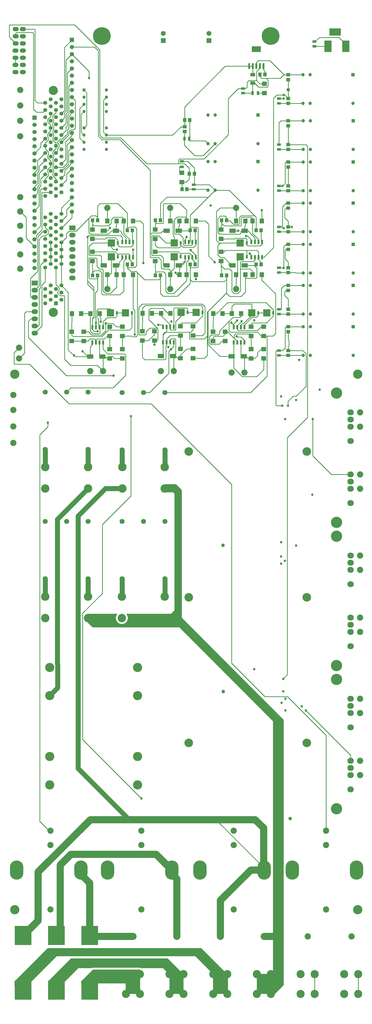
<source format=gtl>
G04*
G04 #@! TF.GenerationSoftware,Altium Limited,Altium Designer,24.4.1 (13)*
G04*
G04 Layer_Physical_Order=1*
G04 Layer_Color=255*
%FSLAX25Y25*%
%MOIN*%
G70*
G04*
G04 #@! TF.SameCoordinates,4EE5E999-D737-4110-A4F5-E65D847AD794*
G04*
G04*
G04 #@! TF.FilePolarity,Positive*
G04*
G01*
G75*
%ADD10C,0.01000*%
%ADD16R,0.10433X0.10000*%
%ADD17R,0.03000X0.05000*%
%ADD18R,0.04528X0.05709*%
%ADD19R,0.06500X0.06000*%
%ADD20R,0.06000X0.06500*%
%ADD21R,0.05709X0.04724*%
%ADD22R,0.08858X0.06496*%
%ADD23R,0.23819X0.26772*%
%ADD24R,0.05787X0.03819*%
%ADD25R,0.05709X0.04528*%
%ADD26R,0.05512X0.03543*%
%ADD27R,0.02559X0.06004*%
%ADD28R,0.04724X0.05709*%
%ADD29R,0.03819X0.05787*%
%ADD30R,0.02559X0.07874*%
%ADD31R,0.12598X0.07874*%
%ADD32R,0.07087X0.04528*%
%ADD33R,0.03543X0.05512*%
%ADD79C,0.07000*%
%ADD80C,0.10000*%
%ADD81C,0.08700*%
%ADD82C,0.12992*%
%ADD83O,0.08600X0.06000*%
%ADD84C,0.07087*%
%ADD85C,0.05906*%
%ADD86R,0.05906X0.05906*%
%ADD87C,0.12800*%
%ADD88R,0.06791X0.06791*%
%ADD89C,0.06791*%
%ADD90R,0.10000X0.16000*%
%ADD91R,0.16000X0.10000*%
%ADD92C,0.11811*%
%ADD93R,0.04724X0.04724*%
%ADD94C,0.04724*%
%ADD95C,0.11300*%
%ADD96O,0.09000X0.06500*%
%ADD97R,0.09000X0.06500*%
%ADD98O,0.18898X0.26772*%
%ADD99C,0.08661*%
%ADD100C,0.12700*%
%ADD101C,0.05500*%
%ADD102R,0.05500X0.05500*%
%ADD103C,0.12000*%
%ADD104O,0.09000X0.08300*%
%ADD105C,0.15748*%
%ADD106C,0.24803*%
%ADD107R,0.04461X0.04461*%
%ADD108C,0.04461*%
%ADD109C,0.03400*%
%ADD110C,0.05000*%
G36*
X643500Y1114000D02*
Y935500D01*
X786000Y793000D01*
Y422000D01*
X773941Y409941D01*
X748489D01*
Y438000D01*
X771000D01*
Y791000D01*
X640000Y922000D01*
X518500D01*
X511500Y929000D01*
Y941000D01*
X552829D01*
X553058Y940446D01*
X552971Y940358D01*
X552051Y938982D01*
X551417Y937452D01*
X551094Y935828D01*
Y934172D01*
X551417Y932548D01*
X552051Y931019D01*
X552971Y929642D01*
X554142Y928471D01*
X555518Y927551D01*
X557048Y926917D01*
X558672Y926595D01*
X560328D01*
X561952Y926917D01*
X563482Y927551D01*
X564858Y928471D01*
X566029Y929642D01*
X566949Y931019D01*
X567583Y932548D01*
X567906Y934172D01*
Y935828D01*
X567583Y937452D01*
X566949Y938982D01*
X566029Y940358D01*
X565941Y940446D01*
X566171Y941000D01*
X628000D01*
X633000Y946000D01*
Y1108500D01*
X631000Y1110500D01*
X619000Y1110500D01*
Y1122000D01*
X635500D01*
X643500Y1114000D01*
D02*
G37*
G36*
X708000Y436511D02*
Y410000D01*
X687385D01*
X687326Y410024D01*
Y437500D01*
X662326Y462500D01*
X468000D01*
X426000Y420500D01*
X409000D01*
Y427500D01*
X455500Y474000D01*
X670511D01*
X708000Y436511D01*
D02*
G37*
G36*
X645848Y437500D02*
Y409941D01*
X626000D01*
Y437000D01*
X617000Y446000D01*
X586507D01*
X585976Y446355D01*
X585000Y446549D01*
X519000D01*
D01*
X519000D01*
X518806Y446510D01*
X518024Y446355D01*
X517750Y446172D01*
X517493Y446000D01*
X498500D01*
X474000Y421500D01*
X456000D01*
Y427500D01*
X488000Y459500D01*
X623848D01*
X645848Y437500D01*
D02*
G37*
G36*
X585000Y410256D02*
X584685Y409941D01*
X565000D01*
Y424500D01*
X502500D01*
X502500Y427500D01*
X519000Y444000D01*
X585000D01*
Y410256D01*
D02*
G37*
D10*
X790146Y1662555D02*
Y1663047D01*
X788152Y1665041D02*
X790146Y1663047D01*
X786459Y1665041D02*
X788152D01*
X790146Y1662555D02*
X792008Y1660693D01*
X792500D01*
X786000Y1665500D02*
X786459Y1665041D01*
X771900Y1661000D02*
X776400Y1665500D01*
X786000D01*
X779500Y1660535D02*
X779535Y1660500D01*
X786000D01*
Y1424000D02*
Y1453400D01*
X779500Y1424035D02*
X785965D01*
X788000Y1448554D02*
X789359Y1449913D01*
X786000Y1453400D02*
X789600Y1457000D01*
X788000Y1436546D02*
X792500Y1432046D01*
X788000Y1436546D02*
Y1448554D01*
X785965Y1424035D02*
X786000Y1424000D01*
X681000Y1440500D02*
X689500Y1432000D01*
X681000Y1440500D02*
Y1484800D01*
X785429Y1479500D02*
X786000D01*
X783894Y1481035D02*
X785429Y1479500D01*
X782435Y1481035D02*
X783894D01*
X792000Y1237500D02*
X799251Y1244751D01*
X792000Y1231500D02*
Y1237500D01*
X775686Y1231500D02*
X784000D01*
X775100Y1232086D02*
X775686Y1231500D01*
X775100Y1232086D02*
Y1307635D01*
X799251Y1244751D02*
X803608D01*
X817400Y1258543D01*
X415500Y1297239D02*
X423000Y1304739D01*
Y1360400D01*
X425600Y1363000D01*
X425500Y1465500D02*
X437000Y1454000D01*
X417000Y1503000D02*
X425500Y1494500D01*
Y1465500D02*
Y1494500D01*
X408500Y1290086D02*
X409086Y1289500D01*
X408500Y1305500D02*
X415500Y1312500D01*
X409086Y1289500D02*
X430100D01*
X408500Y1290086D02*
Y1305500D01*
X782700Y1366035D02*
Y1395200D01*
X617400Y1513400D02*
X617900Y1513900D01*
X641000D01*
X617400Y1486100D02*
Y1513400D01*
X607600Y1486100D02*
X617400D01*
X513400Y1689300D02*
Y1698600D01*
X401701Y1746599D02*
X410700Y1737600D01*
X594300Y1569400D02*
X639600D01*
X493346Y1763654D02*
X528485Y1728515D01*
X639600Y1569400D02*
X647557D01*
X402286Y1763654D02*
X493346D01*
X401701Y1763068D02*
X402286Y1763654D01*
X401701Y1746599D02*
Y1763068D01*
X420650Y1757450D02*
X436900D01*
X437951Y1756399D01*
X408051Y1747500D02*
X410700D01*
X407093Y1748459D02*
X408051Y1747500D01*
X410751Y1752300D02*
X411401Y1752950D01*
X407093Y1748459D02*
X410110D01*
X437951Y1657549D02*
X441000Y1654500D01*
X439951Y1641600D02*
X449300D01*
X410751Y1749100D02*
Y1752300D01*
X437951Y1657549D02*
Y1756399D01*
X434601Y1752950D02*
X435951Y1751600D01*
X410110Y1748459D02*
X410751Y1749100D01*
X449300Y1641600D02*
X452200Y1644500D01*
X411401Y1752950D02*
X434601D01*
X435951Y1645600D02*
Y1751600D01*
Y1645600D02*
X439951Y1641600D01*
X558100Y1605600D02*
X594300Y1569400D01*
X532485Y1605600D02*
X558100D01*
X640000Y1576100D02*
X674600D01*
X647557Y1569400D02*
X647957Y1569000D01*
X647457Y1630500D02*
Y1648957D01*
X737760Y1705700D02*
Y1705784D01*
X630500Y1609500D02*
X642346Y1621346D01*
X737760Y1705700D02*
X742760D01*
X647457Y1625943D02*
Y1630500D01*
X704284Y1705784D02*
X737760D01*
X742760Y1694000D02*
Y1705700D01*
X647457Y1648957D02*
X704284Y1705784D01*
X533800Y1613326D02*
Y1658674D01*
X537626Y1609500D02*
X630500D01*
X533800Y1613326D02*
X537626Y1609500D01*
X533800Y1658674D02*
X537626Y1662500D01*
X647457Y1625943D02*
X647500Y1621346D01*
X742760Y1705700D02*
Y1705784D01*
X642346Y1621346D02*
X647500D01*
X489500Y1722500D02*
X513400Y1698600D01*
X489500Y1732500D02*
X521000D01*
X526400Y1608100D02*
Y1727100D01*
Y1608100D02*
X531200Y1603300D01*
X521000Y1732500D02*
X526400Y1727100D01*
X441000Y1654500D02*
X452200D01*
X532100Y969306D02*
Y1065600D01*
X504594Y765206D02*
X586800Y683000D01*
X504594Y765206D02*
Y941800D01*
X532100Y969306D01*
X472611Y428111D02*
X496500Y452000D01*
X467750Y413811D02*
X472611Y418672D01*
X496500Y452000D02*
X611663D01*
X472611Y418672D02*
Y428111D01*
X611663Y452000D02*
X626163Y437500D01*
X563723Y434277D02*
X565000Y433000D01*
X561494Y434277D02*
X563723D01*
X560217Y433000D02*
X561494Y434277D01*
X533689Y433000D02*
X560217D01*
X565000Y409941D02*
Y433000D01*
X514500Y413811D02*
X533689Y433000D01*
X461000Y469000D02*
X664500D01*
X421000Y413811D02*
Y429000D01*
X461000Y469000D01*
X664500D02*
X687326Y446174D01*
Y437500D02*
Y446174D01*
Y409941D02*
Y437500D01*
X748200Y1685700D02*
X752805Y1681095D01*
X747900Y1686000D02*
X748200Y1685700D01*
X647957Y1569000D02*
X648000D01*
X639200Y1569800D02*
X639600Y1569400D01*
X755756Y1438900D02*
X758400D01*
X628100Y1310200D02*
X632000Y1314100D01*
X625000Y1307100D02*
X628100Y1310200D01*
X716000Y1344200D02*
Y1345800D01*
Y1341177D02*
Y1344200D01*
X610400Y1344600D02*
X617000D01*
X511353Y1405647D02*
Y1467405D01*
X520000Y1354400D02*
Y1355400D01*
Y1392600D02*
Y1397000D01*
Y1355400D02*
Y1392600D01*
X518000Y1352400D02*
Y1353400D01*
Y1341354D02*
Y1352400D01*
X533000Y1300263D02*
X535800D01*
X531965D02*
X533000D01*
X528000D02*
Y1320000D01*
X545850Y1300950D02*
X549300Y1297500D01*
X533000Y1280000D02*
Y1300263D01*
X630965Y1303700D02*
X634800D01*
X632000Y1280000D02*
Y1300763D01*
X634800D01*
X730965Y1300500D02*
X733600D01*
X729965D02*
X730965D01*
X726000D02*
Y1319823D01*
X730965Y1278000D02*
Y1300500D01*
X761600Y1688900D02*
X781400D01*
X754973D02*
X761600D01*
X742520Y1668095D02*
Y1682189D01*
X744800Y1427500D02*
X748300Y1424000D01*
X744800Y1427500D02*
X747516D01*
X732476Y1390276D02*
Y1410824D01*
X706087Y1489900D02*
X710676D01*
X661043Y1540268D02*
X682232D01*
X661043D02*
Y1555500D01*
X655016Y1497516D02*
X680500Y1523000D01*
X655016Y1480000D02*
Y1497516D01*
X706087Y1389087D02*
Y1408000D01*
Y1413421D01*
Y1388513D02*
Y1389087D01*
X655016Y1460100D02*
Y1476000D01*
X680200Y1363200D02*
X706087Y1389087D01*
X679100Y1362100D02*
X680200Y1363200D01*
X655016Y1402266D02*
Y1408000D01*
Y1425584D01*
X679100Y1301900D02*
Y1328900D01*
X716000Y1300500D02*
Y1319823D01*
Y1284100D02*
Y1300500D01*
X653768Y1601400D02*
X676100D01*
X567016Y1480516D02*
Y1500684D01*
X525587Y1494413D02*
Y1510400D01*
Y1490499D02*
Y1494413D01*
X639000Y1476000D02*
X655016D01*
X653256Y1460100D02*
X655016D01*
X648256Y1434300D02*
Y1438823D01*
Y1432200D02*
Y1434300D01*
X495200Y1475200D02*
X513200Y1493200D01*
X639976Y1423920D02*
X648256Y1432200D01*
X654200Y1334300D02*
X655700D01*
X621200D02*
X654200D01*
X619800D02*
X621200D01*
X617000Y1330100D02*
Y1331500D01*
Y1320323D02*
Y1330100D01*
X581250Y1417550D02*
X591213Y1407587D01*
X613587Y1388189D02*
Y1409600D01*
X621200Y1334300D02*
X622000Y1335100D01*
X617000Y1330100D02*
X621200Y1334300D01*
X617000Y1300763D02*
Y1320323D01*
X551000Y1414500D02*
Y1427500D01*
X523000Y1347300D02*
Y1353443D01*
X515000Y1300263D02*
Y1313800D01*
X511600Y1300263D02*
X515000D01*
X494037D02*
X511600D01*
X492259Y1301953D02*
X493023Y1301277D01*
X484200Y1309086D02*
X492259Y1301953D01*
X492300Y1302000D02*
X493023Y1301277D01*
X515000Y1300263D02*
X515035D01*
X530900Y1427500D02*
Y1440000D01*
X617600Y1427500D02*
Y1438100D01*
X626976Y1418003D02*
Y1420800D01*
X599200Y1470600D02*
Y1560500D01*
X721500Y1414500D02*
Y1439500D01*
X574103Y1461900D02*
X575256D01*
X662103D02*
X663256D01*
X641929Y1454229D02*
Y1456000D01*
X754603Y1461900D02*
X755756D01*
X733100Y1448600D02*
X748800D01*
X704600D02*
X733100D01*
X660068Y1533800D02*
X680000D01*
X659000Y1533732D02*
Y1534000D01*
X515200Y1357200D02*
X515500D01*
X552618Y1361200D02*
X555460D01*
X552618Y1356800D02*
Y1361200D01*
X540700Y1337400D02*
Y1342000D01*
X651618Y1361700D02*
X654460D01*
X750618Y1361200D02*
X753460D01*
X750618Y1358000D02*
Y1361200D01*
X518500Y1417600D02*
Y1423597D01*
Y1413421D02*
Y1417600D01*
X650000Y1493200D02*
Y1504900D01*
X606500Y1487200D02*
Y1490499D01*
Y1484197D02*
Y1487200D01*
X542500Y1310500D02*
Y1329000D01*
X626700Y1329500D02*
X641400D01*
X718400Y1331900D02*
X740400D01*
X716900Y1325500D02*
X721000Y1321400D01*
X707400Y1335000D02*
X716900Y1325500D01*
X487700Y1568600D02*
Y1572500D01*
X640000Y1557000D02*
Y1565260D01*
X755500Y1489500D02*
Y1504600D01*
X597000Y1352000D02*
X609000Y1340000D01*
X761800Y1329000D02*
X771200D01*
X758000D02*
X761800D01*
X696400Y1336200D02*
X709600Y1349400D01*
X518500Y1484197D02*
Y1484800D01*
X606500Y1417600D02*
Y1423597D01*
X699000Y1484197D02*
Y1486300D01*
X725500Y1422700D02*
Y1432100D01*
Y1392000D02*
Y1422700D01*
X698603Y1427200D02*
Y1433500D01*
Y1423994D02*
Y1427200D01*
X653957Y1548357D02*
Y1555500D01*
X649600Y1544000D02*
X653957Y1548357D01*
X643500Y1544000D02*
X649600D01*
X459700Y1615511D02*
Y1619500D01*
X455450Y1611261D02*
X459700Y1615511D01*
X455450Y1607261D02*
Y1611261D01*
Y1607261D02*
X456450Y1606261D01*
Y1602739D02*
Y1606261D01*
X452200Y1598489D02*
X456450Y1602739D01*
X452200Y1594500D02*
Y1598489D01*
X792500Y1481193D02*
X797600D01*
X785300Y849900D02*
X791200Y855800D01*
Y1186900D01*
X819600Y1215300D01*
Y1593800D01*
X817207Y1596193D02*
X819600Y1593800D01*
X792500Y1596193D02*
X817207D01*
X755756Y1438823D02*
Y1438900D01*
X758400D02*
X771900Y1452400D01*
Y1661000D01*
X575100Y1449600D02*
X575256Y1449444D01*
Y1438823D02*
Y1449444D01*
X720100Y1328700D02*
X721200Y1327600D01*
X726400D01*
X731000Y1319823D02*
Y1323000D01*
X655956Y1449000D02*
X663256Y1441700D01*
Y1438823D02*
Y1441700D01*
X625000Y1276800D02*
Y1307100D01*
X598200Y1250000D02*
X625000Y1276800D01*
X589669Y1250000D02*
X598200D01*
X716000Y1345800D02*
X720800Y1350600D01*
X733600Y1468700D02*
X735300D01*
X740756Y1463244D01*
Y1460177D02*
Y1463244D01*
X518000Y1352400D02*
X520000Y1354400D01*
X511300Y1401300D02*
X520000Y1392600D01*
X511300Y1401300D02*
Y1467300D01*
X650000Y1466344D02*
Y1467300D01*
X648256Y1464600D02*
X650000Y1466344D01*
X648256Y1460177D02*
Y1464600D01*
X518000Y1337800D02*
Y1341354D01*
Y1337800D02*
X520300Y1335500D01*
X525500D01*
X789600Y1457000D02*
X792500D01*
X789500Y1514500D02*
X792500D01*
X784600Y1509600D02*
X789500Y1514500D01*
X784600Y1483200D02*
Y1509600D01*
X782435Y1481035D02*
X784600Y1483200D01*
X779500Y1481035D02*
X782435D01*
X452200Y1405000D02*
Y1424500D01*
X447500Y1400300D02*
X452200Y1405000D01*
X447500Y1343000D02*
Y1400300D01*
X437500Y1333000D02*
X447500Y1343000D01*
X425600Y1363000D02*
X437500D01*
X754200Y1310500D02*
X758000D01*
X749300Y1305600D02*
X754200Y1310500D01*
X749300Y1301200D02*
Y1305600D01*
X745600Y1297500D02*
X749300Y1301200D01*
X740400Y1297500D02*
X745600D01*
X747516Y1476500D02*
Y1494984D01*
X745600Y1496900D02*
X747516Y1494984D01*
X709700Y1532500D02*
X745600Y1496900D01*
X690000Y1532500D02*
X709700D01*
X634800Y1416400D02*
Y1417100D01*
Y1416400D02*
X636700Y1414500D01*
X639976D01*
X738300Y1444300D02*
X740756Y1441844D01*
Y1438823D02*
Y1441844D01*
X655016Y1476500D02*
Y1480000D01*
X655916Y1480900D01*
X665200D01*
X666100Y1480000D01*
Y1424800D02*
Y1480000D01*
X665900Y1424600D02*
X666100Y1424800D01*
X656000Y1424600D02*
X665900D01*
X655016Y1425584D02*
X656000Y1424600D01*
X655016Y1425584D02*
Y1429000D01*
X567016Y1476500D02*
Y1480516D01*
X577600Y1481500D01*
X580100Y1479000D01*
Y1427100D02*
Y1479000D01*
X577400Y1424400D02*
X580100Y1427100D01*
X568000Y1424400D02*
X577400D01*
X567016Y1429000D02*
X568000Y1424400D01*
X493023Y1301277D02*
X494037Y1300263D01*
X484200Y1309086D02*
Y1390000D01*
X474700Y1399500D02*
X484200Y1390000D01*
X525587Y1392687D02*
Y1410400D01*
X522000Y1389100D02*
X525587Y1392687D01*
X522000Y1354443D02*
Y1389100D01*
Y1354443D02*
X523000Y1353443D01*
X551976Y1397200D02*
Y1414500D01*
X543426Y1388650D02*
X551976Y1397200D01*
X536450Y1388650D02*
X543426D01*
X533126Y1391974D02*
X536450Y1388650D01*
X533126Y1391974D02*
Y1420874D01*
X531300Y1422700D02*
X533126Y1420874D01*
X528000Y1422700D02*
X531300D01*
X524400Y1426300D02*
X528000Y1422700D01*
X524400Y1426300D02*
Y1436800D01*
X523200Y1438000D02*
X524400Y1436800D01*
X513353Y1438000D02*
X523200D01*
X513353Y1410347D02*
Y1438000D01*
Y1410347D02*
X514700Y1409000D01*
X524187D01*
X525587Y1410400D01*
Y1413421D01*
Y1510400D02*
X529087Y1513900D01*
X553800D01*
X567016Y1500684D01*
X680200Y1317000D02*
Y1363200D01*
Y1317000D02*
X696700Y1300500D01*
X713035D01*
X659000Y1298000D02*
X675200D01*
X679100Y1301900D01*
X659000Y1337600D02*
Y1342500D01*
X654200Y1325000D02*
Y1334300D01*
Y1325000D02*
X675200D01*
X679100Y1328900D01*
Y1362100D01*
X474700Y1599500D02*
X485000Y1609800D01*
Y1614400D01*
X487600Y1617000D01*
X491800D01*
X494000Y1619200D01*
Y1658000D01*
X489500Y1662500D02*
X494000Y1658000D01*
X506374Y1672500D02*
X510200Y1668674D01*
Y1623326D02*
Y1668674D01*
X506374Y1619500D02*
X510200Y1623326D01*
X625076Y1422700D02*
X626976Y1420800D01*
X616000Y1422700D02*
X625076D01*
X614400Y1424300D02*
Y1435100D01*
X600000Y1438600D02*
X610900D01*
X599200Y1439400D02*
X600000Y1438600D01*
X556400Y1603300D02*
X599200Y1560500D01*
X531200Y1603300D02*
X556400D01*
X695100Y1459000D02*
X697600D01*
X691700Y1462400D02*
X695100Y1459000D01*
X691700Y1462400D02*
Y1502700D01*
X697000Y1508000D01*
X719476D01*
X697600Y1459000D02*
X725173D01*
X693800Y1455200D02*
X697600Y1459000D01*
X693800Y1442300D02*
Y1455200D01*
Y1442300D02*
X697600Y1438500D01*
X702700D01*
X709600Y1431600D01*
Y1427500D02*
Y1431600D01*
Y1427500D02*
X714571D01*
Y1476000D02*
X722500D01*
X532100Y1065600D02*
X572000Y1105500D01*
Y1216800D01*
X550629Y1446500D02*
X553929Y1442400D01*
X518103Y1446500D02*
X550629D01*
X641929Y1443200D02*
X643200Y1444600D01*
X654156D01*
X658256Y1440500D01*
Y1438823D02*
Y1440500D01*
X734429Y1456000D02*
Y1459000D01*
Y1456000D02*
X735549Y1454880D01*
X753600D01*
X755756Y1457036D01*
Y1460177D01*
X750756Y1438823D02*
Y1446644D01*
X748800Y1448600D02*
X750756Y1446644D01*
X702500Y1446500D02*
X704600Y1448600D01*
X698603Y1446500D02*
X702500D01*
X627000Y1341677D02*
Y1344800D01*
X614500Y1357300D02*
X627000Y1344800D01*
X614500Y1357300D02*
Y1360693D01*
X658256Y1456800D02*
Y1460177D01*
X657056Y1455600D02*
X658256Y1456800D01*
X646200Y1455600D02*
X657056D01*
X645000Y1456800D02*
X646200Y1455600D01*
X645000Y1456800D02*
Y1466252D01*
X640000Y1471252D02*
X645000Y1466252D01*
X633071Y1471252D02*
X640000D01*
X633071D02*
Y1491471D01*
X636800Y1495200D01*
X648000D01*
X650000Y1493200D01*
Y1489500D02*
Y1493200D01*
X606500Y1487200D02*
X607600Y1486100D01*
X641000Y1513900D02*
X650000Y1504900D01*
X622000Y1316600D02*
Y1320323D01*
X621200Y1315800D02*
X622000Y1316600D01*
X621200Y1297600D02*
Y1315800D01*
X619600Y1296000D02*
X621200Y1297600D01*
X591200Y1296000D02*
X619600D01*
X588000Y1299200D02*
X591200Y1296000D01*
X588000Y1299200D02*
Y1322500D01*
X467200Y1564500D02*
X477200D01*
X482900Y1570200D01*
Y1595900D01*
X489500Y1602500D01*
X445800Y1548100D02*
X452200Y1554500D01*
X445800Y1538647D02*
Y1548100D01*
X443453Y1536300D02*
X445800Y1538647D01*
X443453Y1510453D02*
Y1536300D01*
X437000Y1504000D02*
X443453Y1510453D01*
Y1555753D02*
X452200Y1564500D01*
X443453Y1539547D02*
Y1555753D01*
X441453Y1537547D02*
X443453Y1539547D01*
X441453Y1528453D02*
Y1537547D01*
X437000Y1524000D02*
X441453Y1528453D01*
X551300Y1342000D02*
X560000D01*
X512700Y1335000D02*
X517425Y1330275D01*
X605000Y1322500D02*
X608800D01*
X609800Y1323500D02*
Y1339200D01*
X597000Y1352000D02*
Y1364800D01*
X599800Y1367600D01*
X617093D01*
X624000Y1360693D01*
X627500D01*
X619669Y1250000D02*
X739900D01*
X762800Y1272900D01*
Y1328000D01*
X761800Y1329000D02*
X762800Y1328000D01*
X650000Y1414500D02*
Y1429944D01*
X650256Y1430200D01*
Y1432200D01*
X653256Y1435200D01*
Y1438823D01*
X745756Y1435256D02*
Y1438823D01*
X743500Y1433000D02*
X745756Y1435256D01*
X725500Y1422700D02*
X739200D01*
X742500Y1419400D01*
Y1414500D02*
Y1419400D01*
X698603Y1423994D02*
X699000Y1423597D01*
Y1413421D02*
Y1423597D01*
X698603Y1427200D02*
X703103Y1422700D01*
X710400D01*
X713600Y1419500D01*
Y1391300D02*
Y1419500D01*
Y1391300D02*
X716800Y1388100D01*
X721600D01*
X725500Y1392000D01*
Y1432100D02*
X726400Y1433000D01*
X743500D01*
X698503Y1483700D02*
X699000Y1484197D01*
X698503Y1477500D02*
Y1483700D01*
X606103Y1423994D02*
Y1433500D01*
Y1423994D02*
X606500Y1423597D01*
X518003Y1483700D02*
X518500Y1484197D01*
X518003Y1477500D02*
Y1483700D01*
X506000Y1335000D02*
X512700D01*
X452200Y1480511D02*
Y1484500D01*
Y1480511D02*
X456450Y1476261D01*
Y1472261D02*
Y1476261D01*
X452939Y1468750D02*
X456450Y1472261D01*
X448550Y1468750D02*
X452939D01*
X443500Y1463700D02*
X448550Y1468750D01*
X443500Y1399000D02*
Y1463700D01*
X437500Y1393000D02*
X443500Y1399000D01*
X687500Y1348000D02*
Y1360193D01*
X687000Y1347500D02*
X687500Y1348000D01*
X687000Y1335000D02*
Y1347500D01*
X588500Y1348500D02*
Y1360693D01*
X588000Y1348000D02*
X588500Y1348500D01*
X588000Y1335500D02*
Y1348000D01*
X672618Y1356800D02*
Y1361740D01*
X663018Y1347200D02*
X672618Y1356800D01*
X643000Y1347200D02*
X663018D01*
X641400Y1345600D02*
X643000Y1347200D01*
X641400Y1342500D02*
Y1345600D01*
X489500Y1348000D02*
Y1360193D01*
X489000Y1347500D02*
X489500Y1348000D01*
X489000Y1335000D02*
Y1347500D01*
X640000Y1452300D02*
X641929Y1454229D01*
X609700Y1452300D02*
X640000D01*
X606003Y1455997D02*
X609700Y1452300D01*
X606003Y1455997D02*
Y1464500D01*
X663000Y1489500D02*
X676300D01*
X681000Y1484800D01*
X534071Y1476000D02*
X539000D01*
X542900Y1479900D01*
X504300Y1307563D02*
X511600Y1300263D01*
X637400Y1384650D02*
X655016Y1402266D01*
X617126Y1384650D02*
X637400D01*
X613587Y1388189D02*
X617126Y1384650D01*
X639976Y1483176D02*
Y1489500D01*
X639000Y1482200D02*
X639976Y1483176D01*
X639000Y1476000D02*
Y1482200D01*
X655016Y1408000D02*
X658216Y1404800D01*
X702887D01*
X706087Y1408000D01*
X781400Y1688900D02*
X786500Y1694000D01*
X792500D01*
X726400Y1384200D02*
X732476Y1390276D01*
X710400Y1384200D02*
X726400D01*
X706087Y1388513D02*
X710400Y1384200D01*
X430100Y1289500D02*
X485500Y1234100D01*
X600600D01*
X713100Y1121600D01*
Y871900D02*
Y1121600D01*
Y871900D02*
X759700Y825300D01*
X791380D01*
X845480Y771200D01*
Y638000D02*
Y771200D01*
X575000Y1367000D02*
Y1414500D01*
Y1367000D02*
X577300Y1364700D01*
Y1331000D02*
Y1364700D01*
X691208Y653300D02*
X758122Y586386D01*
X575000Y1489500D02*
X585600D01*
X589600Y1485500D01*
Y1431000D02*
Y1485500D01*
X726400Y1327600D02*
X731000Y1323000D01*
X632000Y1314100D02*
Y1320323D01*
X467200Y1400511D02*
Y1424500D01*
Y1400511D02*
X471450Y1396261D01*
Y1392739D02*
Y1396261D01*
X469000Y1390289D02*
X471450Y1392739D01*
X469000Y1389189D02*
Y1390289D01*
Y1389189D02*
X472939Y1385250D01*
X479000D01*
X479200Y1385050D01*
Y1296400D02*
Y1385050D01*
Y1296400D02*
X487750Y1287850D01*
X525150D01*
X533000Y1280000D01*
X481700Y1273500D02*
X547800D01*
X428400Y1326800D02*
X481700Y1273500D01*
X428400Y1326800D02*
Y1349400D01*
X432000Y1353000D01*
X437500D01*
X455700Y1202200D02*
Y1207800D01*
X444500Y1191000D02*
X455700Y1202200D01*
X444500Y651000D02*
Y1191000D01*
Y651000D02*
X457500Y638000D01*
X533000Y1310600D02*
Y1320000D01*
Y1310600D02*
X539600Y1304000D01*
X563200D01*
X564800Y1302400D01*
Y1274100D02*
Y1302400D01*
X547100Y1256400D02*
X564800Y1274100D01*
X487900Y1256400D02*
X547100D01*
X482000Y1250500D02*
X487900Y1256400D01*
X879748Y735657D02*
Y743252D01*
X817200Y805800D02*
X879748Y743252D01*
X617000Y1341677D02*
Y1344600D01*
X712800Y1347400D02*
X716000Y1344200D01*
X630965Y1300763D02*
Y1303700D01*
X634800D02*
Y1324000D01*
X633600Y1325200D02*
X634800Y1324000D01*
X628800Y1325200D02*
X633600D01*
X627000Y1323400D02*
X628800Y1325200D01*
X627000Y1320323D02*
Y1323400D01*
X432500Y1383000D02*
X437500D01*
X431500Y1384000D02*
X432500Y1383000D01*
X431500Y1384000D02*
Y1409200D01*
X441500Y1419200D01*
Y1464834D01*
X441940Y1465274D01*
Y1467890D01*
X448550Y1474500D01*
X452200D01*
X437000Y1474000D02*
X445453Y1482453D01*
Y1532953D01*
X447000Y1534500D01*
X452200D01*
X448000Y1529500D02*
X459700D01*
X447453Y1528953D02*
X448000Y1529500D01*
X447453Y1477053D02*
Y1528953D01*
X439900Y1469500D02*
X447453Y1477053D01*
X439900Y1466900D02*
Y1469500D01*
X437000Y1464000D02*
X439900Y1466900D01*
X605000Y1316800D02*
Y1322500D01*
X663000Y1408300D02*
Y1414500D01*
X536700Y1336275D02*
Y1346700D01*
X530700Y1330275D02*
X536700Y1336275D01*
X517425Y1330275D02*
X530700D01*
X515500Y1357200D02*
Y1360193D01*
X515200Y1335900D02*
Y1357200D01*
Y1335900D02*
X518825Y1332275D01*
X527395D01*
X528720Y1333600D01*
Y1338347D01*
X528000Y1339067D02*
X528720Y1338347D01*
X528000Y1339067D02*
Y1341354D01*
X540700Y1342000D02*
X542400D01*
X531575Y1328275D02*
X540700Y1337400D01*
X491200Y1328275D02*
X531575D01*
X489000Y1330475D02*
X491200Y1328275D01*
X489000Y1330475D02*
Y1335000D01*
X539130Y1329000D02*
X542400D01*
X534930Y1324800D02*
X539130Y1329000D01*
X524600Y1324800D02*
X534930D01*
X523000Y1323200D02*
X524600Y1324800D01*
X613587Y1490499D02*
Y1514187D01*
X622400Y1523000D01*
X680500D01*
X690000Y1532500D01*
X621000Y1459000D02*
X632673D01*
X611000Y1469000D02*
X621000Y1459000D01*
X601200Y1469000D02*
X611000D01*
X601200Y1442400D02*
Y1469000D01*
Y1442400D02*
X602101Y1441499D01*
X614201D01*
X617600Y1438100D01*
Y1427500D02*
X622071D01*
X528485Y1728515D02*
X528485Y1609600D01*
X532485Y1605600D01*
X653957Y1555500D02*
Y1563043D01*
X779500Y1538535D02*
X784600D01*
X788000Y1541935D01*
Y1571200D01*
X788800Y1572000D01*
X792500D01*
X817400Y1258543D02*
Y1304093D01*
X812800Y1308693D02*
X817400Y1304093D01*
X792500Y1308693D02*
X812800D01*
X647232Y1595068D02*
Y1604500D01*
Y1595068D02*
X661500Y1580800D01*
X673300D01*
X690000Y1597500D01*
X722600Y1674630D02*
X729260D01*
X708500Y1660530D02*
X722600Y1674630D01*
X708500Y1610000D02*
Y1660530D01*
X674600Y1576100D02*
X708500Y1610000D01*
X639200Y1575300D02*
X640000Y1576100D01*
X639200Y1569800D02*
Y1575300D01*
X648000Y1569000D02*
X653957Y1563043D01*
X437500Y1343000D02*
X442500D01*
X443500Y1344000D01*
Y1394125D01*
X445500Y1396125D01*
Y1427800D01*
X452200Y1434500D01*
X758000Y1281900D02*
Y1297500D01*
X748200Y1272100D02*
X758000Y1281900D01*
X728000Y1272100D02*
X748200D01*
X716000Y1284100D02*
X728000Y1272100D01*
X771618Y1361240D02*
Y1365500D01*
X761418Y1375700D02*
X771618Y1365500D01*
X707307Y1375700D02*
X761418D01*
X691800Y1360193D02*
X707307Y1375700D01*
X687500Y1360193D02*
X691800D01*
X826700Y1161600D02*
Y1212800D01*
Y1161600D02*
X852643Y1135657D01*
X879748D01*
X775100Y1307635D02*
X776000Y1308535D01*
X779500D01*
X606103Y1446500D02*
X638629D01*
X641929Y1443200D01*
Y1439500D02*
Y1443200D01*
X766940Y1713560D02*
X786500Y1694000D01*
X750400Y1713560D02*
X766940D01*
X747760Y1710920D02*
X750400Y1713560D01*
X747760Y1705784D02*
Y1710920D01*
X659000Y1329500D02*
X672000D01*
X675700Y1333200D01*
Y1369900D01*
X672000Y1373600D02*
X675700Y1369900D01*
X587900Y1373600D02*
X672000D01*
X583250Y1368950D02*
X587900Y1373600D01*
X583250Y1330500D02*
Y1368950D01*
Y1330500D02*
X592000D01*
X593400Y1331900D01*
Y1335000D01*
X598400Y1340000D01*
X609000D01*
X609800Y1339200D01*
X608800Y1322500D02*
X609800Y1323500D01*
X605000Y1331000D02*
Y1335500D01*
X596500Y1322500D02*
X605000Y1331000D01*
X588000Y1322500D02*
X596500D01*
X613587Y1409600D02*
Y1413421D01*
X611573Y1407587D02*
X613587Y1409600D01*
X591213Y1407587D02*
X611573D01*
X571716Y1419300D02*
X579500D01*
X567016Y1424000D02*
Y1429000D01*
X560000Y1329000D02*
X573100D01*
X574300Y1327800D01*
X579450D01*
X581250Y1329600D01*
Y1417550D01*
X579500Y1419300D02*
X581250Y1417550D01*
X567016Y1424000D02*
X571716Y1419300D01*
X588500Y1360693D02*
Y1368000D01*
X592000Y1371500D01*
X670918D01*
X672618Y1369800D01*
Y1361740D02*
Y1369800D01*
X700000Y1322000D02*
X704000D01*
X695500Y1317500D02*
X700000Y1322000D01*
X683100Y1317500D02*
X695500D01*
X682200Y1318400D02*
X683100Y1317500D01*
X682200Y1318400D02*
Y1328000D01*
X684700Y1330500D01*
X694400D01*
X696400Y1332500D01*
Y1336200D01*
X726500Y1356500D02*
Y1360193D01*
X754600Y1329000D02*
X758000D01*
X749300Y1334300D02*
X754600Y1329000D01*
X712000Y1334300D02*
X749300D01*
X709600Y1336700D02*
X712000Y1334300D01*
X709600Y1336700D02*
Y1349400D01*
X715000Y1354800D01*
X724800D01*
X726500Y1356500D01*
X754700Y1342000D02*
X758000D01*
X749300Y1336600D02*
X754700Y1342000D01*
X722000Y1336600D02*
X749300D01*
X721000Y1337600D02*
X722000Y1336600D01*
X721000Y1337600D02*
Y1341177D01*
X704000Y1331700D02*
Y1335000D01*
X700800Y1328500D02*
X704000Y1331700D01*
X689100Y1328500D02*
X700800D01*
X687000Y1326400D02*
X689100Y1328500D01*
X687000Y1322000D02*
Y1326400D01*
X474700Y1639500D02*
X479000Y1643800D01*
Y1732000D01*
X489500Y1742500D01*
X474700Y1629500D02*
X479047Y1633847D01*
Y1640953D01*
X481047Y1642953D01*
Y1714047D01*
X489500Y1722500D01*
X474700Y1619500D02*
X481047Y1625847D01*
Y1638953D01*
X483047Y1640953D01*
Y1696047D01*
X489500Y1702500D01*
X474700Y1609500D02*
X481000Y1615800D01*
Y1621000D01*
X483047Y1623047D01*
Y1636953D01*
X485047Y1638953D01*
Y1678047D01*
X489500Y1682500D01*
Y1608915D02*
Y1612500D01*
X480900Y1600315D02*
X489500Y1608915D01*
X480900Y1575700D02*
Y1600315D01*
X474700Y1569500D02*
X480900Y1575700D01*
X467200Y1594500D02*
Y1598489D01*
X462950Y1602739D02*
X467200Y1598489D01*
X462950Y1602739D02*
Y1606261D01*
X463950Y1607261D01*
Y1611261D01*
X462950Y1612261D02*
X463950Y1611261D01*
X462950Y1612261D02*
Y1616261D01*
X463950Y1617261D01*
Y1621261D01*
X462300Y1622911D02*
X463950Y1621261D01*
X462300Y1622911D02*
Y1626089D01*
X463950Y1627739D01*
Y1631261D01*
X462300Y1632911D02*
X463950Y1631261D01*
X462300Y1632911D02*
Y1636089D01*
X467200Y1640989D01*
Y1644500D01*
Y1544500D02*
Y1548489D01*
X462950Y1552739D02*
X467200Y1548489D01*
X462950Y1552739D02*
Y1556739D01*
X463950Y1557739D01*
Y1561739D01*
X462950Y1562739D02*
X463950Y1561739D01*
X462950Y1562739D02*
Y1566739D01*
X463950Y1567739D01*
Y1571739D01*
X462950Y1572739D02*
X463950Y1571739D01*
X462950Y1572739D02*
Y1576739D01*
X463950Y1577739D01*
Y1581739D01*
X462950Y1582739D02*
X463950Y1581739D01*
X462950Y1582739D02*
Y1586261D01*
X467200Y1590511D01*
Y1594500D01*
X487800Y1640800D02*
X489500Y1642500D01*
X487800Y1637953D02*
Y1640800D01*
X485047Y1635200D02*
X487800Y1637953D01*
X485047Y1619000D02*
Y1635200D01*
X483000Y1616953D02*
X485047Y1619000D01*
X483000Y1611100D02*
Y1616953D01*
X475650Y1603750D02*
X483000Y1611100D01*
X472939Y1603750D02*
X475650D01*
X469200Y1600011D02*
X472939Y1603750D01*
X469200Y1598511D02*
Y1600011D01*
Y1598511D02*
X471450Y1596261D01*
Y1592739D02*
Y1596261D01*
X469200Y1590489D02*
X471450Y1592739D01*
X469200Y1586500D02*
Y1590489D01*
X467200Y1584500D02*
X469200Y1586500D01*
X726000Y1341177D02*
Y1344722D01*
X727571Y1346293D01*
X729693D01*
X741362Y1357962D01*
Y1361240D01*
X747358Y1354740D02*
X750618Y1358000D01*
X741447Y1354740D02*
X747358D01*
X731000Y1344293D02*
X741447Y1354740D01*
X731000Y1341177D02*
Y1344293D01*
X721000Y1341177D02*
Y1343300D01*
X727200Y1349500D01*
X614400Y1424300D02*
X616000Y1422700D01*
X610900Y1438600D02*
X614400Y1435100D01*
X599200Y1439400D02*
Y1470600D01*
X601600Y1473000D01*
X614200D01*
X617200Y1476000D01*
X622071D01*
X755500Y1407000D02*
Y1414500D01*
Y1407000D02*
X774700Y1387800D01*
Y1332500D02*
Y1387800D01*
X771200Y1329000D02*
X774700Y1332500D01*
X573618Y1340800D02*
Y1361240D01*
X570118Y1337300D02*
X573618Y1340800D01*
X543800Y1337300D02*
X570118D01*
X542400Y1338700D02*
X543800Y1337300D01*
X542400Y1338700D02*
Y1342000D01*
X706087Y1490499D02*
Y1494513D01*
X704000Y1496600D02*
X706087Y1494513D01*
X697600Y1496600D02*
X704000D01*
X693700Y1492700D02*
X697600Y1496600D01*
X693700Y1473500D02*
Y1492700D01*
Y1473500D02*
X696000Y1471200D01*
X724847D01*
X726073Y1472427D01*
Y1475673D01*
X726400Y1476000D01*
X731500D01*
X546600Y1346700D02*
X551300Y1342000D01*
X536700Y1346700D02*
X546600D01*
X529800Y1348900D02*
Y1354900D01*
X528500Y1356200D02*
X529800Y1354900D01*
X528500Y1356200D02*
Y1360193D01*
X528000Y1341354D02*
Y1344366D01*
X526600Y1345766D02*
X528000Y1344366D01*
X526600Y1345766D02*
Y1352800D01*
X524000Y1355400D02*
X526600Y1352800D01*
X524000Y1355400D02*
Y1364200D01*
X526800Y1367000D01*
X543362D01*
Y1361240D02*
Y1367000D01*
X533000Y1341354D02*
Y1348800D01*
X538900Y1354700D01*
X550518D01*
X552618Y1356800D01*
X606500Y1413421D02*
Y1417600D01*
X607500Y1418600D01*
X618100D01*
X620800Y1415900D01*
Y1391500D02*
Y1415900D01*
Y1391500D02*
X624000Y1388300D01*
X632200D01*
X650000Y1406100D01*
Y1414500D01*
X639976D02*
Y1423920D01*
X639000Y1427500D02*
X641456D01*
X648256Y1434300D01*
X742500Y1489500D02*
Y1493200D01*
X740800Y1494900D02*
X742500Y1493200D01*
X728000Y1494900D02*
X740800D01*
X726400Y1493300D02*
X728000Y1494900D01*
X726400Y1483174D02*
Y1493300D01*
X725976Y1482750D02*
X726400Y1483174D01*
X702550Y1482750D02*
X725976D01*
X699000Y1486300D02*
X702550Y1482750D01*
X699000Y1486300D02*
Y1490499D01*
X706087Y1489900D02*
Y1490499D01*
X710676Y1489900D02*
X715826Y1484750D01*
X723126D01*
X723976Y1485600D01*
Y1494476D01*
X726400Y1496900D01*
X745600D01*
X632673Y1459000D02*
Y1467649D01*
X631071Y1469252D02*
X632673Y1467649D01*
X631071Y1469252D02*
Y1489500D01*
X626976D02*
X631071D01*
X663256Y1456000D02*
Y1460177D01*
X660056Y1452800D02*
X663256Y1456000D01*
X645129Y1452800D02*
X660056D01*
X641929Y1456000D02*
X645129Y1452800D01*
X641929Y1456000D02*
Y1459000D01*
X771618Y1356718D02*
Y1361240D01*
X762100Y1347200D02*
X771618Y1356718D01*
X742000Y1347200D02*
X762100D01*
X740400Y1345600D02*
X742000Y1347200D01*
X740400Y1342000D02*
Y1345600D01*
X627000Y1338100D02*
Y1341677D01*
Y1338100D02*
X628000Y1337100D01*
X634800D01*
Y1349238D01*
X642362Y1356800D01*
Y1361740D01*
X632000Y1341677D02*
Y1367500D01*
X632800Y1368300D01*
X649718D01*
X651618Y1366400D01*
Y1361740D02*
Y1366400D01*
X553929Y1456000D02*
Y1459000D01*
Y1456000D02*
X556282Y1453648D01*
X572904D01*
X575256Y1456000D01*
Y1460177D01*
X547873Y1449600D02*
X552400D01*
X544673Y1452800D02*
X547873Y1449600D01*
X544673Y1452800D02*
Y1459000D01*
X518500Y1417600D02*
X521100Y1420200D01*
X528526D01*
X531126Y1417600D01*
Y1388325D02*
Y1417600D01*
Y1388325D02*
X532801Y1386650D01*
X556650D01*
X562000Y1392000D01*
Y1414500D01*
X518400Y1459000D02*
X544673D01*
X513353Y1453953D02*
X518400Y1459000D01*
X513353Y1442000D02*
Y1453953D01*
Y1442000D02*
X528900D01*
X530900Y1440000D01*
Y1427500D02*
X534071D01*
X518003Y1464500D02*
X536300D01*
X538000Y1466200D01*
X550400D01*
X553929Y1462671D01*
Y1459000D02*
Y1462671D01*
X518000Y1353400D02*
X520000Y1355400D01*
X511353Y1405647D02*
X520000Y1397000D01*
X511353Y1467405D02*
X513200Y1469252D01*
X557505D01*
X560256Y1466500D01*
Y1460177D02*
Y1466500D01*
X538976Y1414500D02*
X542400D01*
X544673Y1416773D01*
Y1439500D01*
X518103Y1423994D02*
Y1433500D01*
Y1423994D02*
X518500Y1423597D01*
X474700Y1459500D02*
X481800Y1466600D01*
Y1472000D01*
X485000Y1475200D01*
X495200D01*
X523200Y1496800D02*
X525587Y1494413D01*
X516800Y1496800D02*
X523200D01*
X513200Y1493200D02*
X516800Y1496800D01*
X513200Y1473600D02*
Y1493200D01*
Y1473600D02*
X515548Y1471252D01*
X540800D01*
X542600Y1473052D01*
Y1473600D01*
X545000Y1476000D01*
X551000D01*
X523000Y1341354D02*
Y1347300D01*
X719476Y1414500D02*
X721500D01*
Y1439500D02*
X725173D01*
X632673Y1423700D02*
Y1439500D01*
X626976Y1418003D02*
X632673Y1423700D01*
X626976Y1414500D02*
Y1418003D01*
X551000Y1414500D02*
X551976D01*
X562000D02*
Y1433244D01*
X565256Y1436500D01*
Y1438823D01*
X551000Y1427500D02*
X556056D01*
Y1432200D01*
X560256Y1436400D01*
Y1438823D01*
X553929Y1439500D02*
Y1442400D01*
X554958Y1443429D01*
X569227D01*
X570256Y1442400D01*
Y1438823D02*
Y1442400D01*
X721000Y1319823D02*
Y1321400D01*
X704000Y1335000D02*
X707400D01*
X698503Y1464500D02*
X717457D01*
X718457Y1465500D01*
X732800D01*
X734429Y1463871D01*
Y1459000D02*
Y1463871D01*
X733100Y1448600D02*
X734429Y1447271D01*
Y1439500D02*
Y1447271D01*
X661043Y1555500D02*
Y1563400D01*
X651703Y1572740D02*
X661043Y1563400D01*
X643500Y1572740D02*
X651703D01*
X542400Y1329000D02*
X542500D01*
X542400Y1310500D02*
X542500D01*
X515000Y1313800D02*
X518000Y1316800D01*
Y1320000D01*
X713035Y1300500D02*
X716000D01*
X614035Y1300763D02*
X617000D01*
X570256Y1460177D02*
Y1463844D01*
X562000Y1472100D02*
X570256Y1463844D01*
X562000Y1472100D02*
Y1489500D01*
X565256Y1460177D02*
Y1465800D01*
X559000Y1472056D02*
X565256Y1465800D01*
X559000Y1472056D02*
Y1473800D01*
X556800Y1476000D02*
X559000Y1473800D01*
X551000Y1476000D02*
X556800D01*
X752673Y1691200D02*
Y1694095D01*
Y1691200D02*
X754973Y1688900D01*
X761600D02*
X764100Y1686400D01*
Y1677400D02*
Y1686400D01*
X763200Y1676500D02*
X764100Y1677400D01*
X751189Y1676500D02*
X763200D01*
X745500Y1682189D02*
X751189Y1676500D01*
X742760Y1682189D02*
X745500D01*
X745756Y1460177D02*
Y1466000D01*
X739500Y1472256D02*
X745756Y1466000D01*
X739500Y1472256D02*
Y1472500D01*
X736000Y1476000D02*
X739500Y1472500D01*
X731500Y1476000D02*
X736000D01*
X549300Y1297500D02*
X560000D01*
X542400D02*
X545850Y1300950D01*
X528000Y1300263D02*
X531965D01*
X740400Y1329000D02*
Y1331900D01*
X716900Y1330400D02*
X718400Y1331900D01*
X716900Y1325500D02*
Y1330400D01*
X641400Y1298000D02*
Y1302100D01*
X650300Y1311000D01*
X659000D01*
X655700Y1334300D02*
X659000Y1337600D01*
X617000Y1331500D02*
X619800Y1334300D01*
X732476Y1410824D02*
Y1414500D01*
Y1410824D02*
X733600Y1409700D01*
X747200D01*
X748300Y1410800D01*
Y1424000D01*
X731500Y1427500D02*
X744800D01*
X640000Y1565260D02*
X643500D01*
X640000Y1557000D02*
X643500D01*
X443453Y1565753D02*
X452200Y1574500D01*
X443453Y1559547D02*
Y1565753D01*
X441453Y1557547D02*
X443453Y1559547D01*
X441453Y1541753D02*
Y1557547D01*
X437000Y1537300D02*
X441453Y1541753D01*
X437000Y1534000D02*
Y1537300D01*
X622000Y1335100D02*
Y1341677D01*
X789300Y1342000D02*
X792500D01*
X788100Y1340800D02*
X789300Y1342000D01*
X788100Y1312042D02*
Y1340800D01*
X784594Y1308535D02*
X788100Y1312042D01*
X779500Y1308535D02*
X784594D01*
X758673Y583000D02*
Y585835D01*
X758122Y586386D02*
X758673Y585835D01*
X437000Y1584000D02*
X445800Y1592800D01*
Y1598100D01*
X452200Y1604500D01*
X474700Y1559500D02*
X477515Y1562315D01*
X478262D01*
X484900Y1568953D01*
Y1587900D01*
X489500Y1592500D01*
X487700Y1572500D02*
X489500D01*
X479400Y1560300D02*
X487700Y1568600D01*
X479400Y1554200D02*
Y1560300D01*
X474700Y1549500D02*
X479400Y1554200D01*
X474700Y1539500D02*
X482100Y1546900D01*
Y1555100D01*
X489500Y1562500D01*
X474700Y1499500D02*
Y1507700D01*
X489500Y1522500D01*
Y1494300D02*
Y1502500D01*
X474700Y1479500D02*
X489500Y1494300D01*
X474700Y1489500D02*
X482100Y1496900D01*
Y1505100D01*
X489500Y1512500D01*
X750618Y1361200D02*
Y1361240D01*
X753460Y1361200D02*
X753500Y1361240D01*
X762362D01*
X651618Y1361700D02*
Y1361740D01*
X654460Y1361700D02*
X654500Y1361740D01*
X663362D01*
X437000Y1554000D02*
Y1557147D01*
X441453Y1561600D01*
Y1573753D01*
X452200Y1584500D01*
X622000Y1320323D02*
Y1324800D01*
X626700Y1329500D01*
X779500Y1596035D02*
Y1626800D01*
X782200Y1629500D01*
X792500D01*
X779500Y1366035D02*
X782700D01*
Y1395200D02*
X787000Y1399500D01*
X792500D01*
X452200Y1544500D02*
Y1548489D01*
X456450Y1552739D01*
Y1556739D01*
X455450Y1557739D02*
X456450Y1556739D01*
X455450Y1557739D02*
Y1561261D01*
X459700Y1565511D01*
Y1569500D01*
Y1573489D01*
X455450Y1577739D02*
X459700Y1573489D01*
X455450Y1577739D02*
Y1581261D01*
X456450Y1582261D01*
Y1586261D01*
X452200Y1590511D02*
X456450Y1586261D01*
X452200Y1590511D02*
Y1594500D01*
X750756Y1460177D02*
Y1463844D01*
X742500Y1472100D02*
X750756Y1463844D01*
X742500Y1472100D02*
Y1489500D01*
X653768Y1601400D02*
Y1604500D01*
X676100Y1601400D02*
X680000Y1597500D01*
X729260Y1674630D02*
X732800D01*
X734700Y1676530D01*
Y1683200D01*
X737500Y1686000D01*
X747900D01*
X752805Y1681095D02*
X759260D01*
X752760Y1703160D02*
Y1705784D01*
X748200Y1698600D02*
X752760Y1703160D01*
X748200Y1685700D02*
Y1698600D01*
X682232Y1540268D02*
X690000Y1532500D01*
X726000Y1300500D02*
X729965D01*
X523000Y1320000D02*
Y1323200D01*
X521400Y1324800D02*
X523000Y1323200D01*
X514800Y1324800D02*
X521400D01*
X512000Y1322000D02*
X514800Y1324800D01*
X506000Y1322000D02*
X512000D01*
X653256Y1460100D02*
Y1460177D01*
X747516Y1427500D02*
Y1429000D01*
X755756Y1460177D02*
Y1461900D01*
X754603D02*
Y1476500D01*
X575256Y1460177D02*
Y1461900D01*
X574103D02*
Y1476500D01*
X663256Y1460177D02*
Y1461900D01*
X662103D02*
Y1476500D01*
X660000Y1540268D02*
X661043D01*
X659000Y1533732D02*
X660000D01*
X650346Y1534000D02*
X659000D01*
X680000Y1532500D02*
Y1533800D01*
X660000Y1533732D02*
X660068Y1533800D01*
X630965Y1300763D02*
X632000D01*
X741362Y1361240D02*
Y1372800D01*
X740662Y1373500D02*
X741362Y1372800D01*
X716800Y1373500D02*
X740662D01*
X713500Y1370200D02*
X716800Y1373500D01*
X713500Y1360193D02*
Y1370200D01*
X655016Y1476000D02*
Y1476500D01*
X654543Y1605276D02*
Y1630500D01*
X653768Y1604500D02*
X654543Y1605276D01*
X562000Y1489500D02*
Y1492900D01*
X560000Y1494900D02*
X562000Y1492900D01*
X548000Y1494900D02*
X560000D01*
X544300Y1491200D02*
X548000Y1494900D01*
X544300Y1486400D02*
Y1491200D01*
X540800Y1482900D02*
X544300Y1486400D01*
X520400Y1482900D02*
X540800D01*
X518500Y1484800D02*
X520400Y1482900D01*
X518500Y1484800D02*
Y1490499D01*
X742520Y1682189D02*
X742760D01*
X500600Y1605274D02*
X506374Y1599500D01*
X500600Y1605274D02*
Y1646726D01*
X506374Y1652500D01*
X459700Y1635511D02*
Y1639500D01*
X455450Y1631261D02*
X459700Y1635511D01*
X455450Y1627739D02*
Y1631261D01*
Y1627739D02*
X459700Y1623489D01*
Y1619500D02*
Y1623489D01*
X502600Y1638726D02*
X506374Y1642500D01*
X502600Y1613274D02*
Y1638726D01*
Y1613274D02*
X506374Y1609500D01*
X474700Y1399500D02*
Y1429500D01*
X792500Y1596193D02*
Y1622413D01*
Y1538693D02*
Y1564913D01*
Y1481193D02*
Y1489246D01*
X787446Y1494300D02*
X792500Y1489246D01*
X787446Y1494300D02*
Y1505600D01*
X789259Y1507413D01*
X792500D01*
Y1366193D02*
Y1380546D01*
X787446Y1385600D02*
X792500Y1380546D01*
X787446Y1385600D02*
Y1390400D01*
X789459Y1392413D01*
X792500D01*
Y1323700D02*
Y1334913D01*
Y1323700D02*
X793600Y1322600D01*
Y1315400D02*
Y1322600D01*
X792500Y1314300D02*
X793600Y1315400D01*
X792500Y1308693D02*
Y1314300D01*
Y1424193D02*
Y1432046D01*
X789359Y1449913D02*
X792500D01*
X538976Y1394500D02*
Y1414500D01*
X719476Y1402924D02*
Y1414500D01*
Y1402924D02*
X719500Y1402900D01*
Y1394524D02*
Y1402900D01*
X719476Y1394500D02*
X719500Y1394524D01*
X626976Y1402924D02*
Y1414500D01*
Y1402924D02*
X627000Y1402900D01*
Y1394524D02*
Y1402900D01*
X626976Y1394500D02*
X627000Y1394524D01*
X740400Y1310500D02*
X740400D01*
X740400D02*
Y1329000D01*
X740400D01*
X641400Y1311000D02*
X641400D01*
X641400D02*
Y1329500D01*
X641400D01*
X552618Y1361200D02*
Y1361240D01*
X555460Y1361200D02*
X555500Y1361240D01*
X564362D01*
X410500Y1707500D02*
Y1717500D01*
X459700Y1449500D02*
Y1459500D01*
X474700Y1449500D02*
Y1459500D01*
X459700Y1439500D02*
Y1449500D01*
X474700Y1439500D02*
Y1449500D01*
X459700Y1429500D02*
Y1439500D01*
X474700Y1429500D02*
Y1439500D01*
X643500Y1539054D02*
Y1544000D01*
Y1539054D02*
X643654Y1538900D01*
Y1534000D02*
Y1538900D01*
X792500Y1342000D02*
X813500D01*
X792500Y1399500D02*
X813500D01*
X792500Y1457000D02*
X813500D01*
X792500Y1514500D02*
X813500D01*
X792500Y1572000D02*
X813500D01*
X792500Y1629500D02*
X813500D01*
X538563Y1297500D02*
X542400D01*
X535800Y1300263D02*
X538563Y1297500D01*
X637563Y1298000D02*
X641400D01*
X634800Y1300763D02*
X637563Y1298000D01*
X736600Y1297500D02*
X740400D01*
X733600Y1300500D02*
X736600Y1297500D01*
X732476Y1483176D02*
Y1489500D01*
X731500Y1482200D02*
X732476Y1483176D01*
X731500Y1476000D02*
Y1482200D01*
X792500Y1694000D02*
X813000D01*
X729260Y1668095D02*
X742520D01*
X551976Y1483176D02*
Y1489500D01*
X551000Y1482200D02*
X551976Y1483176D01*
X551000Y1476000D02*
Y1482200D01*
X560000Y1310500D02*
Y1329000D01*
X538976Y1489500D02*
Y1508000D01*
X626976Y1489500D02*
Y1508000D01*
X719476Y1489500D02*
Y1508000D01*
X570256Y1435746D02*
Y1438823D01*
Y1435746D02*
X574103Y1431900D01*
Y1429000D02*
Y1431900D01*
X658256Y1435746D02*
Y1438823D01*
Y1435746D02*
X662103Y1431900D01*
Y1429000D02*
Y1431900D01*
X750756Y1435746D02*
Y1438823D01*
Y1435746D02*
X754603Y1431900D01*
Y1429000D02*
Y1431900D01*
X792500Y1654000D02*
X813000D01*
X779500D02*
X792500D01*
X647500Y1609668D02*
Y1614654D01*
X647232Y1609400D02*
X647500Y1609668D01*
X647232Y1604500D02*
Y1609400D01*
X792500Y1302000D02*
X813500D01*
X779500D02*
X792500D01*
Y1359500D02*
X813500D01*
X779500D02*
X792500D01*
X803200Y1417000D02*
X813500D01*
X802700Y1417500D02*
X803200Y1417000D01*
X792500Y1417500D02*
X802700D01*
X779500D02*
X792500D01*
Y1474500D02*
X813500D01*
X779500D02*
X792500D01*
Y1532000D02*
X813500D01*
X779500D02*
X792500D01*
Y1589500D02*
X813500D01*
X779500D02*
X792500D01*
X757760Y1700900D02*
Y1705784D01*
Y1700900D02*
X759760Y1698900D01*
Y1694095D02*
Y1698900D01*
X890500Y409941D02*
Y437500D01*
X829337Y409941D02*
Y437500D01*
X502500Y1360193D02*
X515500D01*
X601500Y1360693D02*
X614500D01*
X700500Y1360193D02*
X713500D01*
X606003Y1483700D02*
X606500Y1484197D01*
X606003Y1477500D02*
Y1483700D01*
X489000Y1322000D02*
X506000D01*
X750000Y1668095D02*
X759260D01*
X792500Y1660693D02*
Y1673000D01*
Y1686913D01*
X778689Y490189D02*
X779000Y490500D01*
X831445Y1741445D02*
X836000Y1746000D01*
X829000Y1740035D02*
X830409Y1741445D01*
X836000Y1746000D02*
X863500D01*
X830409Y1741445D02*
X831445D01*
X863500Y1746000D02*
X868500Y1741000D01*
X873000Y1736500D01*
Y1733500D02*
Y1736500D01*
X829000Y1733500D02*
X848000D01*
D16*
X741362Y1361240D02*
D03*
X725173Y1459000D02*
D03*
X632673D02*
D03*
Y1439500D02*
D03*
X725173D02*
D03*
X762362Y1361240D02*
D03*
X544673Y1459000D02*
D03*
X543362Y1361240D02*
D03*
X642362Y1361740D02*
D03*
X564362Y1361240D02*
D03*
X663362Y1361740D02*
D03*
X544673Y1439500D02*
D03*
D17*
X750618Y1361240D02*
D03*
X734429Y1459000D02*
D03*
X641929D02*
D03*
Y1439500D02*
D03*
X734429D02*
D03*
X771618Y1361240D02*
D03*
X553929Y1459000D02*
D03*
X552618Y1361240D02*
D03*
X651618Y1361740D02*
D03*
X573618Y1361240D02*
D03*
X672618Y1361740D02*
D03*
X553929Y1439500D02*
D03*
D18*
X699000Y1413421D02*
D03*
X706087D02*
D03*
X699000Y1490499D02*
D03*
X706087D02*
D03*
X606500D02*
D03*
X613587D02*
D03*
X747516Y1476500D02*
D03*
X754603D02*
D03*
X574103D02*
D03*
X567016D02*
D03*
X518500Y1413421D02*
D03*
X525587D02*
D03*
X655016Y1476500D02*
D03*
X662103D02*
D03*
X606500Y1413421D02*
D03*
X613587D02*
D03*
X518500Y1490499D02*
D03*
X525587D02*
D03*
X747516Y1429000D02*
D03*
X754603D02*
D03*
X574103D02*
D03*
X567016D02*
D03*
X655016D02*
D03*
X662103D02*
D03*
X653957Y1555500D02*
D03*
X661043D02*
D03*
X647457Y1630500D02*
D03*
X654543D02*
D03*
X759760Y1694095D02*
D03*
X752673D02*
D03*
D19*
X606103Y1433500D02*
D03*
Y1446500D02*
D03*
X489000Y1335000D02*
D03*
Y1322000D02*
D03*
X758000Y1329000D02*
D03*
Y1342000D02*
D03*
X740400D02*
D03*
Y1329000D02*
D03*
X518103Y1433500D02*
D03*
Y1446500D02*
D03*
X606003Y1477500D02*
D03*
Y1464500D02*
D03*
X542400Y1342000D02*
D03*
Y1329000D02*
D03*
X560000Y1342000D02*
D03*
Y1329000D02*
D03*
X506000Y1322000D02*
D03*
Y1335000D02*
D03*
X542400Y1310500D02*
D03*
Y1297500D02*
D03*
X560000D02*
D03*
Y1310500D02*
D03*
X588000Y1322500D02*
D03*
Y1335500D02*
D03*
X641400Y1329500D02*
D03*
Y1342500D02*
D03*
X605000Y1335500D02*
D03*
Y1322500D02*
D03*
X704000Y1335000D02*
D03*
Y1322000D02*
D03*
X687000Y1335000D02*
D03*
Y1322000D02*
D03*
X740400Y1310500D02*
D03*
Y1297500D02*
D03*
X758000D02*
D03*
Y1310500D02*
D03*
X641400Y1298000D02*
D03*
Y1311000D02*
D03*
X659000Y1342500D02*
D03*
Y1329500D02*
D03*
Y1311000D02*
D03*
Y1298000D02*
D03*
X698603Y1433500D02*
D03*
Y1446500D02*
D03*
X698503Y1477500D02*
D03*
Y1464500D02*
D03*
X518003Y1477500D02*
D03*
Y1464500D02*
D03*
X759260Y1668095D02*
D03*
Y1681095D02*
D03*
X643500Y1544000D02*
D03*
Y1557000D02*
D03*
D20*
X755500Y1489500D02*
D03*
X742500D02*
D03*
X562000D02*
D03*
X575000D02*
D03*
X562000Y1414500D02*
D03*
X575000D02*
D03*
X639976D02*
D03*
X626976D02*
D03*
X755500D02*
D03*
X742500D02*
D03*
X732476D02*
D03*
X719476D02*
D03*
X551976Y1489500D02*
D03*
X538976D02*
D03*
X663000Y1414500D02*
D03*
X650000D02*
D03*
X551976D02*
D03*
X538976D02*
D03*
X639976Y1489500D02*
D03*
X626976D02*
D03*
X528500Y1360193D02*
D03*
X515500D02*
D03*
X489500D02*
D03*
X502500D02*
D03*
X614500Y1360693D02*
D03*
X627500D02*
D03*
X588500D02*
D03*
X601500D02*
D03*
X687500Y1360193D02*
D03*
X700500D02*
D03*
X726500D02*
D03*
X713500D02*
D03*
X732476Y1489500D02*
D03*
X719476D02*
D03*
X663000D02*
D03*
X650000D02*
D03*
D21*
X792500Y1481193D02*
D03*
Y1474500D02*
D03*
Y1538693D02*
D03*
Y1532000D02*
D03*
Y1366193D02*
D03*
Y1359500D02*
D03*
Y1424193D02*
D03*
Y1417500D02*
D03*
Y1308693D02*
D03*
Y1302000D02*
D03*
Y1589500D02*
D03*
Y1596193D02*
D03*
Y1660693D02*
D03*
Y1654000D02*
D03*
X647500Y1621346D02*
D03*
Y1614654D02*
D03*
D22*
X639000Y1427500D02*
D03*
X622071D02*
D03*
X731500D02*
D03*
X714571D02*
D03*
X622071Y1476000D02*
D03*
X639000D02*
D03*
X551000D02*
D03*
X534071D02*
D03*
X551000Y1427500D02*
D03*
X534071D02*
D03*
X731500Y1476000D02*
D03*
X714571D02*
D03*
X531965Y1300263D02*
D03*
X515035D02*
D03*
X713035Y1300500D02*
D03*
X729965D02*
D03*
X630965Y1300763D02*
D03*
X614035D02*
D03*
D23*
X467750Y491689D02*
D03*
Y415311D02*
D03*
X421000Y491689D02*
D03*
Y415311D02*
D03*
X514500Y491689D02*
D03*
Y415311D02*
D03*
D24*
X779500Y1302000D02*
D03*
Y1308535D02*
D03*
Y1589500D02*
D03*
Y1596035D02*
D03*
Y1532000D02*
D03*
Y1538535D02*
D03*
X829000Y1740035D02*
D03*
Y1733500D02*
D03*
X779500Y1359500D02*
D03*
Y1366035D02*
D03*
X660000Y1533732D02*
D03*
Y1540268D02*
D03*
X779500Y1417500D02*
D03*
Y1424035D02*
D03*
Y1474500D02*
D03*
Y1481035D02*
D03*
Y1654000D02*
D03*
Y1660535D02*
D03*
X729260Y1668095D02*
D03*
Y1674630D02*
D03*
D25*
X792500Y1399500D02*
D03*
Y1392413D02*
D03*
Y1572000D02*
D03*
Y1564913D02*
D03*
Y1457000D02*
D03*
Y1449913D02*
D03*
Y1342000D02*
D03*
Y1334913D02*
D03*
Y1694000D02*
D03*
Y1686913D02*
D03*
Y1507413D02*
D03*
Y1514500D02*
D03*
Y1622413D02*
D03*
Y1629500D02*
D03*
D26*
X643500Y1565260D02*
D03*
Y1572740D02*
D03*
D27*
X663256Y1460177D02*
D03*
X658256D02*
D03*
X653256D02*
D03*
X648256D02*
D03*
Y1438823D02*
D03*
X653256D02*
D03*
X658256D02*
D03*
X663256D02*
D03*
X755756D02*
D03*
X750756D02*
D03*
X745756D02*
D03*
X740756D02*
D03*
Y1460177D02*
D03*
X745756D02*
D03*
X750756D02*
D03*
X755756D02*
D03*
X575256D02*
D03*
X570256D02*
D03*
X565256D02*
D03*
X560256D02*
D03*
Y1438823D02*
D03*
X565256D02*
D03*
X570256D02*
D03*
X575256D02*
D03*
X533000Y1320000D02*
D03*
X528000D02*
D03*
X523000D02*
D03*
X518000D02*
D03*
Y1341354D02*
D03*
X523000D02*
D03*
X528000D02*
D03*
X533000D02*
D03*
X632000Y1341677D02*
D03*
X627000D02*
D03*
X622000D02*
D03*
X617000D02*
D03*
Y1320323D02*
D03*
X622000D02*
D03*
X627000D02*
D03*
X632000D02*
D03*
X731000Y1341177D02*
D03*
X726000D02*
D03*
X721000D02*
D03*
X716000D02*
D03*
Y1319823D02*
D03*
X721000D02*
D03*
X726000D02*
D03*
X731000D02*
D03*
D28*
X650346Y1534000D02*
D03*
X643654D02*
D03*
D29*
X653768Y1604500D02*
D03*
X647232D02*
D03*
D30*
X737760Y1705784D02*
D03*
X742760D02*
D03*
X747760D02*
D03*
X752760D02*
D03*
X757760D02*
D03*
D31*
X747760Y1729406D02*
D03*
D32*
X742760Y1682189D02*
D03*
Y1694000D02*
D03*
D33*
X742520Y1668095D02*
D03*
X750000D02*
D03*
D79*
X498000Y1077589D02*
X536411Y1116000D01*
X498000Y725000D02*
Y1077589D01*
Y725000D02*
X569669Y653331D01*
X536411Y1116000D02*
X560000D01*
X458500Y826500D02*
X469400Y837400D01*
Y870415D01*
X469000Y870815D02*
X469400Y870415D01*
X469000Y870815D02*
Y1073000D01*
X512000Y1116000D01*
X619669Y1146169D02*
Y1170000D01*
X559669Y1146331D02*
Y1170000D01*
X512000Y1146000D02*
Y1170500D01*
X452000Y1146000D02*
Y1170500D01*
X619669Y965169D02*
Y990000D01*
X559669Y965169D02*
Y990000D01*
X452000Y965000D02*
Y990000D01*
X512000Y965000D02*
Y990000D01*
D80*
X691208Y653331D02*
X746284D01*
X569669D02*
X691208D01*
X515331D02*
X569669D01*
X697510Y540510D02*
X740000Y583000D01*
X697510Y490189D02*
Y540510D01*
X740000Y583000D02*
X758673D01*
Y490189D02*
X778689D01*
X629346Y577581D02*
Y583000D01*
X636347Y490189D02*
Y570580D01*
X629346Y577581D02*
X636347Y570580D01*
X514500Y490189D02*
X575184D01*
X473000Y590000D02*
X488000Y605000D01*
X607346D02*
X629346Y583000D01*
X488000Y605000D02*
X607346D01*
X473000Y495439D02*
Y590000D01*
X442169Y580169D02*
X515331Y653331D01*
X442169Y512169D02*
Y580169D01*
X421000Y491665D02*
X427909Y498575D01*
X428575D01*
X421000Y490189D02*
Y491665D01*
X428575Y498575D02*
X442169Y512169D01*
X758000Y587610D02*
X758122Y587488D01*
X758000Y587610D02*
Y641615D01*
X758122Y586386D02*
Y587488D01*
X746284Y653331D02*
X758000Y641615D01*
X500020Y579063D02*
X514500Y564583D01*
Y490189D02*
Y564583D01*
X500020Y579063D02*
Y583000D01*
X467750Y490189D02*
X473000Y495439D01*
D81*
X417000Y1423000D02*
D03*
Y1443000D02*
D03*
Y1463000D02*
D03*
Y1483000D02*
D03*
Y1503000D02*
D03*
Y1523000D02*
D03*
X415500Y1297500D02*
D03*
Y1312500D02*
D03*
X893000Y1022193D02*
D03*
Y1002193D02*
D03*
Y735657D02*
D03*
Y915657D02*
D03*
Y715657D02*
D03*
Y802193D02*
D03*
Y935657D02*
D03*
Y822193D02*
D03*
Y1135657D02*
D03*
Y1222193D02*
D03*
Y1202193D02*
D03*
Y1115657D02*
D03*
X417036Y1608000D02*
D03*
X626976Y1394500D02*
D03*
X417036Y1672500D02*
D03*
X880999Y490189D02*
D03*
X417036Y1651000D02*
D03*
Y1629500D02*
D03*
X614035Y1280000D02*
D03*
X713035Y1278000D02*
D03*
X515035Y1280000D02*
D03*
X626976Y1508000D02*
D03*
X538976Y1508000D02*
D03*
Y1394500D02*
D03*
X719476Y1508000D02*
D03*
Y1394500D02*
D03*
X632000Y1280000D02*
D03*
X533000D02*
D03*
X819836Y490189D02*
D03*
X758673D02*
D03*
X575184D02*
D03*
X697510D02*
D03*
X636347D02*
D03*
X730965Y1278000D02*
D03*
X407500Y1179500D02*
D03*
Y1202500D02*
D03*
Y1225500D02*
D03*
Y1246500D02*
D03*
D82*
X409449Y527559D02*
D03*
X889764D02*
D03*
X409449Y1275591D02*
D03*
X889764D02*
D03*
D83*
X410500Y1697500D02*
D03*
X420650Y1697450D02*
D03*
Y1727450D02*
D03*
Y1717450D02*
D03*
X410500Y1707500D02*
D03*
X420650Y1707450D02*
D03*
Y1757450D02*
D03*
X420800Y1747400D02*
D03*
X410500Y1727500D02*
D03*
X410700Y1737600D02*
D03*
Y1747500D02*
D03*
Y1757500D02*
D03*
X410500Y1717500D02*
D03*
X420650Y1737450D02*
D03*
D84*
X619669Y1170000D02*
D03*
Y1250000D02*
D03*
X589669D02*
D03*
X559669D02*
D03*
Y1170000D02*
D03*
X619669Y990000D02*
D03*
Y1070000D02*
D03*
X589669D02*
D03*
X559669D02*
D03*
Y990000D02*
D03*
X512000D02*
D03*
Y1070000D02*
D03*
X482000D02*
D03*
X452000D02*
D03*
Y990000D02*
D03*
X512000Y1170500D02*
D03*
Y1250500D02*
D03*
X482000D02*
D03*
X452000D02*
D03*
Y1170500D02*
D03*
D85*
X437000Y1424000D02*
D03*
Y1434000D02*
D03*
Y1444000D02*
D03*
Y1454000D02*
D03*
Y1464000D02*
D03*
Y1474000D02*
D03*
Y1484000D02*
D03*
Y1494000D02*
D03*
Y1504000D02*
D03*
Y1514000D02*
D03*
Y1524000D02*
D03*
Y1534000D02*
D03*
Y1544000D02*
D03*
Y1554000D02*
D03*
Y1564000D02*
D03*
Y1574000D02*
D03*
Y1584000D02*
D03*
Y1594000D02*
D03*
Y1604000D02*
D03*
Y1614000D02*
D03*
Y1624000D02*
D03*
X489500Y1732500D02*
D03*
Y1722500D02*
D03*
Y1712500D02*
D03*
Y1702500D02*
D03*
Y1692500D02*
D03*
Y1682500D02*
D03*
Y1672500D02*
D03*
Y1662500D02*
D03*
Y1652500D02*
D03*
Y1642500D02*
D03*
Y1632500D02*
D03*
Y1622500D02*
D03*
Y1612500D02*
D03*
Y1602500D02*
D03*
Y1592500D02*
D03*
Y1582500D02*
D03*
Y1572500D02*
D03*
Y1562500D02*
D03*
Y1552500D02*
D03*
Y1542500D02*
D03*
Y1532500D02*
D03*
Y1522500D02*
D03*
Y1512500D02*
D03*
Y1502500D02*
D03*
D86*
X437000Y1634000D02*
D03*
X489500Y1742500D02*
D03*
D87*
X458500Y741400D02*
D03*
Y702000D02*
D03*
Y865900D02*
D03*
Y826500D02*
D03*
X581500D02*
D03*
Y865900D02*
D03*
Y702000D02*
D03*
Y741400D02*
D03*
D88*
X681500Y1741500D02*
D03*
X617500D02*
D03*
D89*
X681500Y1751500D02*
D03*
X617500D02*
D03*
D90*
X848000Y1733500D02*
D03*
X873000D02*
D03*
D91*
X858000Y1753500D02*
D03*
D92*
X559500Y935000D02*
D03*
Y965000D02*
D03*
X452000Y935000D02*
D03*
Y965000D02*
D03*
X512000Y935000D02*
D03*
Y965000D02*
D03*
X619500Y935000D02*
D03*
Y965000D02*
D03*
X512000Y1146000D02*
D03*
Y1116000D02*
D03*
X619500Y1146000D02*
D03*
Y1116000D02*
D03*
X560000Y1146000D02*
D03*
Y1116000D02*
D03*
X452000Y1146000D02*
D03*
Y1116000D02*
D03*
D93*
X883000Y1694000D02*
D03*
X883500Y1629500D02*
D03*
Y1399500D02*
D03*
Y1514500D02*
D03*
Y1572000D02*
D03*
Y1342000D02*
D03*
X750000Y1637500D02*
D03*
X883500Y1457000D02*
D03*
X750000Y1572500D02*
D03*
D94*
X823000Y1694000D02*
D03*
X813000D02*
D03*
Y1654000D02*
D03*
X823000D02*
D03*
X883000D02*
D03*
X823500Y1629500D02*
D03*
X813500D02*
D03*
Y1589500D02*
D03*
X823500D02*
D03*
X883500D02*
D03*
X823500Y1399500D02*
D03*
X813500D02*
D03*
Y1359500D02*
D03*
X823500D02*
D03*
X883500D02*
D03*
X823500Y1514500D02*
D03*
X813500D02*
D03*
Y1474500D02*
D03*
X823500D02*
D03*
X883500D02*
D03*
X823500Y1572000D02*
D03*
X813500D02*
D03*
Y1532000D02*
D03*
X823500D02*
D03*
X883500D02*
D03*
X823500Y1342000D02*
D03*
X813500D02*
D03*
Y1302000D02*
D03*
X823500D02*
D03*
X883500D02*
D03*
X690000Y1637500D02*
D03*
X680000D02*
D03*
Y1597500D02*
D03*
X690000D02*
D03*
X750000D02*
D03*
X823500Y1457000D02*
D03*
X813500D02*
D03*
Y1417000D02*
D03*
X823500D02*
D03*
X883500D02*
D03*
X750000Y1532500D02*
D03*
X690000D02*
D03*
X680000D02*
D03*
Y1572500D02*
D03*
X690000D02*
D03*
D95*
X687326Y437500D02*
D03*
X707011D02*
D03*
X687326Y409941D02*
D03*
X707011D02*
D03*
X829337D02*
D03*
X809652D02*
D03*
X829337Y437500D02*
D03*
X809652D02*
D03*
X565000D02*
D03*
X584685D02*
D03*
X565000Y409941D02*
D03*
X584685D02*
D03*
X890500D02*
D03*
X870815D02*
D03*
X890500Y437500D02*
D03*
X870815D02*
D03*
X645848Y409941D02*
D03*
X626163D02*
D03*
X645848Y437500D02*
D03*
X626163D02*
D03*
X748489D02*
D03*
X768174D02*
D03*
X748489Y409941D02*
D03*
X768174D02*
D03*
D96*
X490000Y1410000D02*
D03*
Y1430000D02*
D03*
Y1450000D02*
D03*
Y1460000D02*
D03*
Y1470000D02*
D03*
Y1440000D02*
D03*
Y1420000D02*
D03*
X437500Y1343000D02*
D03*
Y1363000D02*
D03*
Y1393000D02*
D03*
Y1383000D02*
D03*
Y1373000D02*
D03*
Y1353000D02*
D03*
Y1333000D02*
D03*
D97*
X490000Y1480000D02*
D03*
X437500Y1403000D02*
D03*
D98*
X412000Y583000D02*
D03*
X502000D02*
D03*
X668673D02*
D03*
X758673D02*
D03*
X539346D02*
D03*
X629346D02*
D03*
X888000D02*
D03*
X798000D02*
D03*
D99*
X459480Y528000D02*
D03*
Y638000D02*
D03*
Y618000D02*
D03*
X716154Y528000D02*
D03*
Y638000D02*
D03*
Y618000D02*
D03*
X586827Y528000D02*
D03*
Y638000D02*
D03*
Y618000D02*
D03*
X845480D02*
D03*
Y638000D02*
D03*
Y528000D02*
D03*
D100*
X463500Y1362000D02*
D03*
Y1672000D02*
D03*
D101*
X452200Y1374500D02*
D03*
X459700Y1379500D02*
D03*
X452200Y1384500D02*
D03*
X459700Y1389500D02*
D03*
X467200Y1384500D02*
D03*
X452200Y1394500D02*
D03*
X459700Y1399500D02*
D03*
X467200Y1394500D02*
D03*
X474700Y1379500D02*
D03*
Y1389500D02*
D03*
Y1399500D02*
D03*
X452200Y1434500D02*
D03*
X467200D02*
D03*
X452200Y1424500D02*
D03*
X467200D02*
D03*
Y1444500D02*
D03*
X452200D02*
D03*
Y1454500D02*
D03*
X467200D02*
D03*
X452200Y1464500D02*
D03*
X459700Y1469500D02*
D03*
X467200Y1464500D02*
D03*
X474700Y1469500D02*
D03*
Y1479500D02*
D03*
X467200Y1474500D02*
D03*
X459700Y1479500D02*
D03*
X452200Y1474500D02*
D03*
Y1484500D02*
D03*
X474700Y1489500D02*
D03*
X467200Y1484500D02*
D03*
X459700Y1489500D02*
D03*
X452200Y1494500D02*
D03*
X459700Y1499500D02*
D03*
X467200Y1494500D02*
D03*
X474700Y1499500D02*
D03*
Y1529500D02*
D03*
X467200Y1524500D02*
D03*
X459700Y1529500D02*
D03*
X452200Y1524500D02*
D03*
X467200Y1534500D02*
D03*
X452200D02*
D03*
X459700Y1539500D02*
D03*
X474700D02*
D03*
Y1549500D02*
D03*
X459700D02*
D03*
X452200Y1544500D02*
D03*
X474700Y1559500D02*
D03*
X467200Y1554500D02*
D03*
X459700Y1559500D02*
D03*
X452200Y1554500D02*
D03*
X467200Y1564500D02*
D03*
X452200D02*
D03*
X459700Y1569500D02*
D03*
X474700D02*
D03*
Y1579500D02*
D03*
X467200Y1574500D02*
D03*
X459700Y1579500D02*
D03*
X452200Y1574500D02*
D03*
X474700Y1589500D02*
D03*
X467200Y1584500D02*
D03*
X459700Y1589500D02*
D03*
X452200Y1584500D02*
D03*
Y1594500D02*
D03*
X459700Y1599500D02*
D03*
X474700D02*
D03*
Y1609500D02*
D03*
X467200Y1604500D02*
D03*
X459700Y1609500D02*
D03*
X452200Y1604500D02*
D03*
X474700Y1619500D02*
D03*
X467200Y1614500D02*
D03*
X459700Y1619500D02*
D03*
X452200Y1614500D02*
D03*
X474700Y1629500D02*
D03*
X467200Y1624500D02*
D03*
X459700Y1629500D02*
D03*
X452200Y1624500D02*
D03*
X474700Y1639500D02*
D03*
X467200Y1634500D02*
D03*
X459700Y1639500D02*
D03*
X452200Y1634500D02*
D03*
X474700Y1649500D02*
D03*
X459700D02*
D03*
X452200Y1644500D02*
D03*
X474700Y1659500D02*
D03*
X467200Y1654500D02*
D03*
X459700Y1659500D02*
D03*
X452200Y1654500D02*
D03*
X474700Y1459500D02*
D03*
Y1429500D02*
D03*
Y1449500D02*
D03*
X459700Y1459500D02*
D03*
Y1429500D02*
D03*
Y1449500D02*
D03*
Y1439500D02*
D03*
X467200Y1544500D02*
D03*
Y1644500D02*
D03*
Y1594500D02*
D03*
X474700Y1439500D02*
D03*
D102*
X467200Y1374500D02*
D03*
D103*
X818500Y760500D02*
D03*
X653146D02*
D03*
Y1167500D02*
D03*
X818500D02*
D03*
X653146Y964000D02*
D03*
X818500D02*
D03*
D104*
X879748Y1115657D02*
D03*
Y1095657D02*
D03*
Y1135657D02*
D03*
Y1125657D02*
D03*
Y1202193D02*
D03*
Y1182193D02*
D03*
Y1222193D02*
D03*
Y1212193D02*
D03*
Y915657D02*
D03*
Y895657D02*
D03*
Y935657D02*
D03*
Y925657D02*
D03*
Y1002193D02*
D03*
Y982193D02*
D03*
Y1022193D02*
D03*
Y1012193D02*
D03*
Y812193D02*
D03*
Y822193D02*
D03*
Y782193D02*
D03*
Y802193D02*
D03*
Y725657D02*
D03*
Y735657D02*
D03*
Y695657D02*
D03*
Y715657D02*
D03*
D105*
X860000Y1249350D02*
D03*
Y1068500D02*
D03*
Y1049350D02*
D03*
Y868500D02*
D03*
Y668500D02*
D03*
Y849350D02*
D03*
D106*
X767717Y1748031D02*
D03*
X531496D02*
D03*
D107*
X506374Y1619500D02*
D03*
Y1672500D02*
D03*
D108*
Y1609500D02*
D03*
Y1599500D02*
D03*
Y1589500D02*
D03*
X537626D02*
D03*
Y1599500D02*
D03*
Y1609500D02*
D03*
Y1619500D02*
D03*
X506374Y1662500D02*
D03*
Y1652500D02*
D03*
Y1642500D02*
D03*
X537626D02*
D03*
Y1652500D02*
D03*
Y1662500D02*
D03*
Y1672500D02*
D03*
D109*
X786000Y1665500D02*
D03*
Y1660500D02*
D03*
Y1424000D02*
D03*
X689500Y1432000D02*
D03*
X786000Y1479500D02*
D03*
X784000Y1231500D02*
D03*
X792000D02*
D03*
X513400Y1689300D02*
D03*
X797600Y1481193D02*
D03*
X785300Y832500D02*
D03*
Y849900D02*
D03*
X575100Y1449600D02*
D03*
X655956Y1449000D02*
D03*
X720800Y1350600D02*
D03*
X733600Y1468700D02*
D03*
X511300Y1467300D02*
D03*
X650000D02*
D03*
X525500Y1335500D02*
D03*
X782600Y1021000D02*
D03*
X783200Y816400D02*
D03*
X807800Y1295600D02*
D03*
X826000Y1107100D02*
D03*
X784600Y1538535D02*
D03*
X624400Y1313400D02*
D03*
X634800Y1417100D02*
D03*
X738300Y1444300D02*
D03*
X727200Y1349500D02*
D03*
X722500Y1476000D02*
D03*
X683700Y1511200D02*
D03*
X586800Y683000D02*
D03*
X572000Y1216800D02*
D03*
X577300Y1331000D02*
D03*
X744700Y863700D02*
D03*
X755500Y1504600D02*
D03*
X536700Y1346700D02*
D03*
X744700Y1351000D02*
D03*
X542900Y1479900D02*
D03*
X523000Y1347300D02*
D03*
X504300Y1307563D02*
D03*
X720100Y1328700D02*
D03*
X628100Y1310200D02*
D03*
X547800Y1273500D02*
D03*
X589600Y1431000D02*
D03*
X455700Y1207800D02*
D03*
X817200Y805800D02*
D03*
X610400Y1344600D02*
D03*
X712800Y1347400D02*
D03*
X605000Y1316800D02*
D03*
X663000Y1408300D02*
D03*
X628800Y1349200D02*
D03*
X826700Y1212800D02*
D03*
X529800Y1348900D02*
D03*
X552400Y1449600D02*
D03*
X803500Y1036100D02*
D03*
X782600Y1041000D02*
D03*
X803500Y1239600D02*
D03*
X782600Y1244500D02*
D03*
X788000Y1212900D02*
D03*
X492300Y1302000D02*
D03*
X788300Y805900D02*
D03*
Y822100D02*
D03*
X787957Y1014900D02*
D03*
X782600Y1011000D02*
D03*
X836344Y1253756D02*
D03*
X817155Y805756D02*
D03*
X811311Y811600D02*
D03*
D110*
X701000Y1036500D02*
D03*
X701500Y832125D02*
D03*
X795000Y655000D02*
D03*
X792500Y1673000D02*
D03*
M02*

</source>
